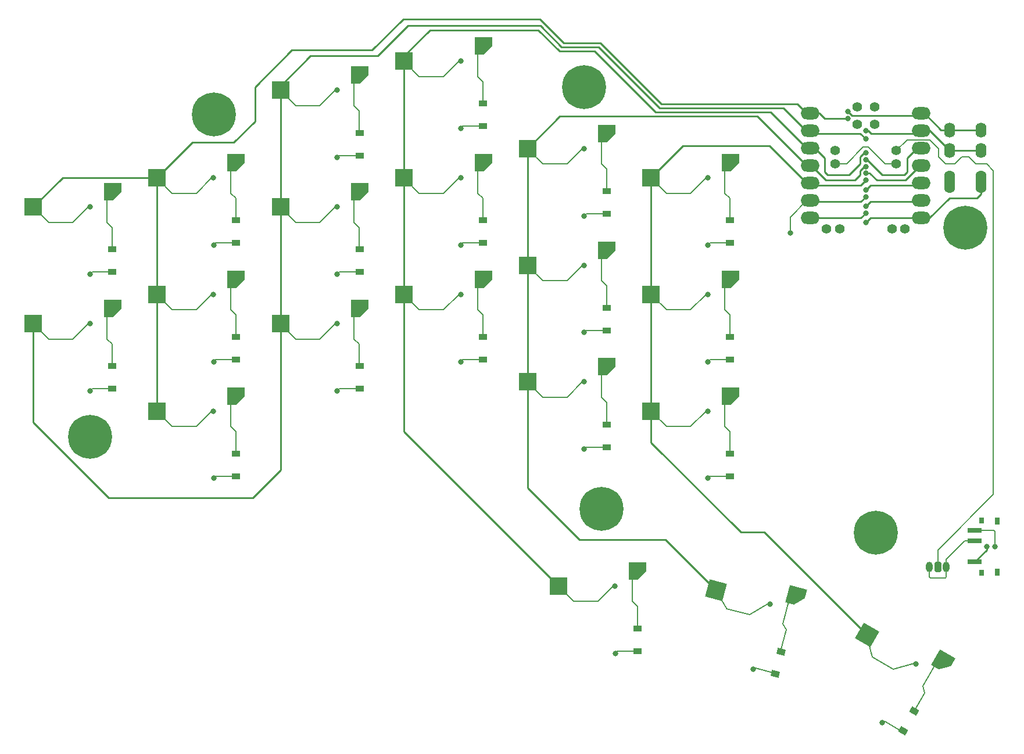
<source format=gtl>
G04 #@! TF.GenerationSoftware,KiCad,Pcbnew,(6.0.5-0)*
G04 #@! TF.CreationDate,2023-02-07T22:55:57+01:00*
G04 #@! TF.ProjectId,awokb,61776f6b-622e-46b6-9963-61645f706362,rev?*
G04 #@! TF.SameCoordinates,Original*
G04 #@! TF.FileFunction,Copper,L1,Top*
G04 #@! TF.FilePolarity,Positive*
%FSLAX46Y46*%
G04 Gerber Fmt 4.6, Leading zero omitted, Abs format (unit mm)*
G04 Created by KiCad (PCBNEW (6.0.5-0)) date 2023-02-07 22:55:57*
%MOMM*%
%LPD*%
G01*
G04 APERTURE LIST*
G04 Aperture macros list*
%AMRoundRect*
0 Rectangle with rounded corners*
0 $1 Rounding radius*
0 $2 $3 $4 $5 $6 $7 $8 $9 X,Y pos of 4 corners*
0 Add a 4 corners polygon primitive as box body*
4,1,4,$2,$3,$4,$5,$6,$7,$8,$9,$2,$3,0*
0 Add four circle primitives for the rounded corners*
1,1,$1+$1,$2,$3*
1,1,$1+$1,$4,$5*
1,1,$1+$1,$6,$7*
1,1,$1+$1,$8,$9*
0 Add four rect primitives between the rounded corners*
20,1,$1+$1,$2,$3,$4,$5,0*
20,1,$1+$1,$4,$5,$6,$7,0*
20,1,$1+$1,$6,$7,$8,$9,0*
20,1,$1+$1,$8,$9,$2,$3,0*%
%AMRotRect*
0 Rectangle, with rotation*
0 The origin of the aperture is its center*
0 $1 length*
0 $2 width*
0 $3 Rotation angle, in degrees counterclockwise*
0 Add horizontal line*
21,1,$1,$2,0,0,$3*%
%AMOutline5P*
0 Free polygon, 5 corners , with rotation*
0 The origin of the aperture is its center*
0 number of corners: always 5*
0 $1 to $10 corner X, Y*
0 $11 Rotation angle, in degrees counterclockwise*
0 create outline with 5 corners*
4,1,5,$1,$2,$3,$4,$5,$6,$7,$8,$9,$10,$1,$2,$11*%
%AMOutline6P*
0 Free polygon, 6 corners , with rotation*
0 The origin of the aperture is its center*
0 number of corners: always 6*
0 $1 to $12 corner X, Y*
0 $13 Rotation angle, in degrees counterclockwise*
0 create outline with 6 corners*
4,1,6,$1,$2,$3,$4,$5,$6,$7,$8,$9,$10,$11,$12,$1,$2,$13*%
%AMOutline7P*
0 Free polygon, 7 corners , with rotation*
0 The origin of the aperture is its center*
0 number of corners: always 7*
0 $1 to $14 corner X, Y*
0 $15 Rotation angle, in degrees counterclockwise*
0 create outline with 7 corners*
4,1,7,$1,$2,$3,$4,$5,$6,$7,$8,$9,$10,$11,$12,$13,$14,$1,$2,$15*%
%AMOutline8P*
0 Free polygon, 8 corners , with rotation*
0 The origin of the aperture is its center*
0 number of corners: always 8*
0 $1 to $16 corner X, Y*
0 $17 Rotation angle, in degrees counterclockwise*
0 create outline with 8 corners*
4,1,8,$1,$2,$3,$4,$5,$6,$7,$8,$9,$10,$11,$12,$13,$14,$15,$16,$1,$2,$17*%
G04 Aperture macros list end*
G04 #@! TA.AperFunction,SMDPad,CuDef*
%ADD10RotRect,2.600000X2.600000X165.000000*%
G04 #@! TD*
G04 #@! TA.AperFunction,SMDPad,CuDef*
%ADD11RotRect,0.900000X1.200000X75.000000*%
G04 #@! TD*
G04 #@! TA.AperFunction,SMDPad,CuDef*
%ADD12Outline5P,-1.300000X0.000000X0.000000X1.300000X1.300000X1.300000X1.300000X-1.300000X-1.300000X-1.300000X165.000000*%
G04 #@! TD*
G04 #@! TA.AperFunction,SMDPad,CuDef*
%ADD13R,2.600000X2.600000*%
G04 #@! TD*
G04 #@! TA.AperFunction,SMDPad,CuDef*
%ADD14R,1.200000X0.900000*%
G04 #@! TD*
G04 #@! TA.AperFunction,SMDPad,CuDef*
%ADD15Outline5P,-1.300000X0.000000X0.000000X1.300000X1.300000X1.300000X1.300000X-1.300000X-1.300000X-1.300000X180.000000*%
G04 #@! TD*
G04 #@! TA.AperFunction,ComponentPad*
%ADD16O,1.600000X3.300000*%
G04 #@! TD*
G04 #@! TA.AperFunction,ComponentPad*
%ADD17O,1.600000X2.200000*%
G04 #@! TD*
G04 #@! TA.AperFunction,ComponentPad*
%ADD18C,0.800000*%
G04 #@! TD*
G04 #@! TA.AperFunction,ComponentPad*
%ADD19C,6.400000*%
G04 #@! TD*
G04 #@! TA.AperFunction,SMDPad,CuDef*
%ADD20RotRect,2.600000X2.600000X150.000000*%
G04 #@! TD*
G04 #@! TA.AperFunction,SMDPad,CuDef*
%ADD21RotRect,0.900000X1.200000X60.000000*%
G04 #@! TD*
G04 #@! TA.AperFunction,SMDPad,CuDef*
%ADD22Outline5P,-1.300000X0.000000X0.000000X1.300000X1.300000X1.300000X1.300000X-1.300000X-1.300000X-1.300000X150.000000*%
G04 #@! TD*
G04 #@! TA.AperFunction,SMDPad,CuDef*
%ADD23R,2.000000X0.800000*%
G04 #@! TD*
G04 #@! TA.AperFunction,SMDPad,CuDef*
%ADD24R,0.800000X1.000000*%
G04 #@! TD*
G04 #@! TA.AperFunction,SMDPad,CuDef*
%ADD25R,0.800000X0.900000*%
G04 #@! TD*
G04 #@! TA.AperFunction,ComponentPad*
%ADD26RoundRect,0.208333X0.291667X0.541667X-0.291667X0.541667X-0.291667X-0.541667X0.291667X-0.541667X0*%
G04 #@! TD*
G04 #@! TA.AperFunction,ComponentPad*
%ADD27O,1.000000X1.500000*%
G04 #@! TD*
G04 #@! TA.AperFunction,SMDPad,CuDef*
%ADD28O,2.750000X1.800000*%
G04 #@! TD*
G04 #@! TA.AperFunction,ComponentPad*
%ADD29C,1.397000*%
G04 #@! TD*
G04 #@! TA.AperFunction,ViaPad*
%ADD30C,0.800000*%
G04 #@! TD*
G04 #@! TA.AperFunction,Conductor*
%ADD31C,0.200000*%
G04 #@! TD*
G04 #@! TA.AperFunction,Conductor*
%ADD32C,0.250000*%
G04 #@! TD*
G04 APERTURE END LIST*
D10*
X124170830Y-127355054D03*
D11*
X132844344Y-139514238D03*
D12*
X135896675Y-128219377D03*
D11*
X133698447Y-136326683D03*
D13*
X78725005Y-84250000D03*
D14*
X90250005Y-93750000D03*
D15*
X90275005Y-82050000D03*
D14*
X90250005Y-90450000D03*
D16*
X158205000Y-67832500D03*
X162805000Y-67832500D03*
D17*
X158205000Y-63292500D03*
X162805000Y-63292500D03*
X162805000Y-60292500D03*
X158205000Y-60292500D03*
D18*
X102600000Y-54000000D03*
D19*
X105000000Y-54000000D03*
D18*
X103302944Y-55697056D03*
X106697056Y-55697056D03*
X105000000Y-56400000D03*
X107400000Y-54000000D03*
X105000000Y-51600000D03*
X103302944Y-52302944D03*
X106697056Y-52302944D03*
D13*
X60725012Y-88499994D03*
D14*
X72250012Y-97999994D03*
D15*
X72275012Y-86299994D03*
D14*
X72250012Y-94699994D03*
D19*
X147500000Y-119000000D03*
D13*
X78725004Y-67249994D03*
D14*
X90250004Y-76749994D03*
D15*
X90275004Y-65049994D03*
D14*
X90250004Y-73449994D03*
D13*
X42725003Y-101249998D03*
D14*
X54250003Y-110749998D03*
D15*
X54275003Y-99049998D03*
D14*
X54250003Y-107449998D03*
D13*
X96725005Y-62999995D03*
D14*
X108250005Y-72499995D03*
X108250005Y-69199995D03*
D15*
X108275005Y-60799995D03*
D13*
X114725002Y-101249992D03*
D14*
X126250002Y-110749992D03*
D15*
X126275002Y-99049992D03*
D14*
X126250002Y-107449992D03*
D13*
X96725007Y-97000004D03*
D14*
X108250007Y-106500004D03*
X108250007Y-103200004D03*
D15*
X108275007Y-94800004D03*
D13*
X78724996Y-50249992D03*
D14*
X90249996Y-59749992D03*
D15*
X90274996Y-48049992D03*
D14*
X90249996Y-56449992D03*
D13*
X101225006Y-126749998D03*
D14*
X112750006Y-136249998D03*
D15*
X112775006Y-124549998D03*
D14*
X112750006Y-132949998D03*
D13*
X114725004Y-67249988D03*
D14*
X126250004Y-76749988D03*
X126250004Y-73449988D03*
D15*
X126275004Y-65049988D03*
D13*
X24725004Y-88499997D03*
D14*
X36250004Y-97999997D03*
X36250004Y-94699997D03*
D15*
X36275004Y-86299997D03*
D20*
X146178206Y-133878298D03*
D21*
X151409149Y-147868039D03*
X153059149Y-145010155D03*
D22*
X157280799Y-137748042D03*
D13*
X42725000Y-67250000D03*
D14*
X54250000Y-76750000D03*
X54250000Y-73450000D03*
D15*
X54275000Y-65050000D03*
D13*
X60725010Y-71499988D03*
D14*
X72250010Y-80999988D03*
X72250010Y-77699988D03*
D15*
X72275010Y-69299988D03*
D18*
X158802944Y-76197056D03*
X162197056Y-72802944D03*
X158100000Y-74500000D03*
D19*
X160500000Y-74500000D03*
D18*
X162900000Y-74500000D03*
X160500000Y-76900000D03*
X162197056Y-76197056D03*
X158802944Y-72802944D03*
X160500000Y-72100000D03*
D13*
X114725003Y-84249993D03*
D14*
X126250003Y-93749993D03*
D15*
X126275003Y-82049993D03*
D14*
X126250003Y-90449993D03*
D18*
X34697056Y-106697056D03*
X33000000Y-107400000D03*
D19*
X33000000Y-105000000D03*
D18*
X30600000Y-105000000D03*
X34697056Y-103302944D03*
X31302944Y-106697056D03*
X33000000Y-102600000D03*
X31302944Y-103302944D03*
X35400000Y-105000000D03*
D19*
X51000000Y-58000000D03*
D18*
X52697056Y-56302944D03*
X53400000Y-58000000D03*
X49302944Y-59697056D03*
X51000000Y-55600000D03*
X51000000Y-60400000D03*
X52697056Y-59697056D03*
X49302944Y-56302944D03*
X48600000Y-58000000D03*
X105100000Y-115500000D03*
X105802944Y-113802944D03*
X107500000Y-113100000D03*
X109197056Y-113802944D03*
X107500000Y-117900000D03*
D19*
X107500000Y-115500000D03*
D18*
X109900000Y-115500000D03*
X109197056Y-117197056D03*
X105802944Y-117197056D03*
D13*
X96725006Y-80000002D03*
D14*
X108250006Y-89500002D03*
X108250006Y-86200002D03*
D15*
X108275006Y-77800002D03*
D13*
X24725007Y-71499997D03*
D14*
X36250007Y-80999997D03*
X36250007Y-77699997D03*
D15*
X36275007Y-69299997D03*
D23*
X161900000Y-120177000D03*
D24*
X165125000Y-124750000D03*
D25*
X162875000Y-124800000D03*
X162875000Y-117200000D03*
D24*
X165125000Y-117250000D03*
D23*
X161900000Y-118677000D03*
X161900000Y-123177000D03*
D19*
X147500000Y-119000000D03*
D18*
X147500000Y-121400000D03*
X147500000Y-116600000D03*
X145802944Y-117302944D03*
X149197056Y-120697056D03*
X149900000Y-119000000D03*
X145100000Y-119000000D03*
X149197056Y-117302944D03*
X145802944Y-120697056D03*
D13*
X60725006Y-54499999D03*
D14*
X72250006Y-63999999D03*
D15*
X72275006Y-52299999D03*
D14*
X72250006Y-60699999D03*
D26*
X156500000Y-124000000D03*
D27*
X155250000Y-124000000D03*
X157750000Y-124000000D03*
D28*
X137905040Y-57880000D03*
X137905040Y-60420000D03*
X137905040Y-62960000D03*
X137905040Y-65500000D03*
X137905040Y-68040000D03*
X137905040Y-70580000D03*
X137905040Y-73120000D03*
X154094960Y-73120000D03*
X154094960Y-70580000D03*
X154094960Y-68040000D03*
X154094960Y-65500000D03*
X154094960Y-62960000D03*
X154094960Y-60420000D03*
X154094960Y-57880000D03*
D29*
X147270000Y-56928000D03*
X144730000Y-56928000D03*
X147270000Y-56928000D03*
X144730000Y-56928000D03*
X147270000Y-59468000D03*
X144730000Y-59468000D03*
X144730000Y-59468000D03*
X147270000Y-59468000D03*
X150445000Y-65183000D03*
X141555000Y-65183000D03*
X141555000Y-63278000D03*
X150445000Y-63278000D03*
X149810000Y-74708000D03*
X142190000Y-74708000D03*
X151715000Y-74708000D03*
X140285000Y-74708000D03*
D13*
X42725006Y-84250000D03*
D14*
X54250006Y-93750000D03*
X54250006Y-90450000D03*
D15*
X54275006Y-82050000D03*
D30*
X146000000Y-72400000D03*
X146000000Y-73800000D03*
X146000000Y-60400000D03*
X143400000Y-57600000D03*
X146000000Y-64600000D03*
X50975000Y-84250000D03*
X50975000Y-67250000D03*
X50975000Y-101250000D03*
X32975000Y-71500000D03*
X143400000Y-58600000D03*
X105000000Y-72800000D03*
X51000000Y-77050000D03*
X146000000Y-66600000D03*
X123000000Y-77050000D03*
X69000000Y-64300000D03*
X87000000Y-60050000D03*
X51000000Y-94050000D03*
X87000000Y-77050000D03*
X146000000Y-69000000D03*
X69000000Y-81300000D03*
X123000000Y-94050000D03*
X105000000Y-89800000D03*
X105000000Y-106800000D03*
X146000000Y-71400000D03*
X69000000Y-98300000D03*
X51000000Y-111050000D03*
X87000000Y-94050000D03*
X123000000Y-111050000D03*
X146000000Y-70000000D03*
X135000000Y-75300000D03*
X33000000Y-81300000D03*
X109500000Y-136550000D03*
X129561613Y-138880940D03*
X33000000Y-98300000D03*
X148414583Y-146634808D03*
X68975000Y-71500000D03*
X146000000Y-61600000D03*
X32975000Y-88500000D03*
X68975000Y-54500000D03*
X68975000Y-88500000D03*
X109475000Y-126750000D03*
X86975000Y-84250000D03*
X86975000Y-50250000D03*
X86975000Y-67250000D03*
X146000000Y-63600000D03*
X104975000Y-80000000D03*
X104975000Y-97000000D03*
X104975000Y-63000000D03*
X132073891Y-129408396D03*
X146000000Y-65600000D03*
X122975000Y-84250000D03*
X153292931Y-138135259D03*
X122975000Y-67250000D03*
X146000000Y-67600000D03*
X122975000Y-101250000D03*
X164800000Y-121000000D03*
X163600000Y-121000000D03*
D31*
X90225000Y-56450000D02*
X90225000Y-53250000D01*
X89475000Y-48825000D02*
X90250000Y-48050000D01*
X89475000Y-69500000D02*
X89475000Y-65825000D01*
X126225000Y-87250000D02*
X125475000Y-86500000D01*
X126225000Y-107450000D02*
X126225000Y-104250000D01*
X53475000Y-69500000D02*
X53475000Y-65825000D01*
X125475000Y-103500000D02*
X125475000Y-99825000D01*
X125475000Y-86500000D02*
X125475000Y-82825000D01*
X107475000Y-99250000D02*
X107475000Y-95575000D01*
X134857524Y-128679000D02*
X135806701Y-128130991D01*
X72225000Y-94700000D02*
X72225000Y-91500000D01*
X53475000Y-82825000D02*
X54250000Y-82050000D01*
X90225000Y-73450000D02*
X90225000Y-70250000D01*
X90225000Y-70250000D02*
X89475000Y-69500000D01*
X54225000Y-73450000D02*
X54225000Y-70250000D01*
X36225000Y-74500000D02*
X35475000Y-73750000D01*
X108225000Y-86200000D02*
X108225000Y-83000000D01*
X90225000Y-87250000D02*
X89475000Y-86500000D01*
X53475000Y-86500000D02*
X53475000Y-82825000D01*
X71475000Y-56750000D02*
X71475000Y-53075000D01*
X126225000Y-104250000D02*
X125475000Y-103500000D01*
X112725000Y-132950000D02*
X112725000Y-129750000D01*
X35475000Y-90750000D02*
X35475000Y-87075000D01*
X126225000Y-73450000D02*
X126225000Y-70250000D01*
X89475000Y-65825000D02*
X90250000Y-65050000D01*
X54225000Y-107450000D02*
X54225000Y-104250000D01*
X36225000Y-91500000D02*
X35475000Y-90750000D01*
X108225000Y-69200000D02*
X108225000Y-66000000D01*
X71475000Y-73750000D02*
X71475000Y-70075000D01*
X107475000Y-95575000D02*
X108250000Y-94800000D01*
X90225000Y-90450000D02*
X90225000Y-87250000D01*
X125475000Y-82825000D02*
X126250000Y-82050000D01*
X126225000Y-70250000D02*
X125475000Y-69500000D01*
X156170496Y-138151174D02*
X157229166Y-137867502D01*
X90225000Y-53250000D02*
X89475000Y-52500000D01*
X72225000Y-60700000D02*
X72225000Y-57500000D01*
X125475000Y-69500000D02*
X125475000Y-65825000D01*
X107475000Y-61575000D02*
X108250000Y-60800000D01*
X125475000Y-65825000D02*
X126250000Y-65050000D01*
X35475000Y-73750000D02*
X35475000Y-70075000D01*
X108225000Y-66000000D02*
X107475000Y-65250000D01*
X71475000Y-90750000D02*
X71475000Y-87075000D01*
X107475000Y-78575000D02*
X108250000Y-77800000D01*
X36225000Y-77700000D02*
X36225000Y-74500000D01*
X154607514Y-142358335D02*
X154332996Y-141333816D01*
X133906364Y-132228777D02*
X134857524Y-128679000D01*
X54225000Y-90450000D02*
X54225000Y-87250000D01*
X134436693Y-133147336D02*
X133906364Y-132228777D01*
X72225000Y-74500000D02*
X71475000Y-73750000D01*
X108225000Y-83000000D02*
X107475000Y-82250000D01*
X72225000Y-91500000D02*
X71475000Y-90750000D01*
X53475000Y-103500000D02*
X53475000Y-99825000D01*
X154332996Y-141333816D02*
X156170496Y-138151174D01*
X35475000Y-70075000D02*
X36250000Y-69300000D01*
X153007515Y-145129617D02*
X154607514Y-142358335D01*
X54225000Y-104250000D02*
X53475000Y-103500000D01*
X108225000Y-100000000D02*
X107475000Y-99250000D01*
X108225000Y-103200000D02*
X108225000Y-100000000D01*
X89475000Y-82825000D02*
X90250000Y-82050000D01*
X71475000Y-70075000D02*
X72250000Y-69300000D01*
X112725000Y-129750000D02*
X111975000Y-129000000D01*
X72225000Y-77700000D02*
X72225000Y-74500000D01*
X89475000Y-52500000D02*
X89475000Y-48825000D01*
X72225000Y-57500000D02*
X71475000Y-56750000D01*
X36225000Y-94700000D02*
X36225000Y-91500000D01*
X126225000Y-90450000D02*
X126225000Y-87250000D01*
X107475000Y-82250000D02*
X107475000Y-78575000D01*
X133608473Y-136238298D02*
X134436693Y-133147336D01*
X54225000Y-70250000D02*
X53475000Y-69500000D01*
X71475000Y-87075000D02*
X72250000Y-86300000D01*
X107475000Y-65250000D02*
X107475000Y-61575000D01*
X54225000Y-87250000D02*
X53475000Y-86500000D01*
X53475000Y-65825000D02*
X54250000Y-65050000D01*
X35475000Y-87075000D02*
X36250000Y-86300000D01*
X89475000Y-86500000D02*
X89475000Y-82825000D01*
X111975000Y-129000000D02*
X111975000Y-125325000D01*
X125475000Y-99825000D02*
X126250000Y-99050000D01*
X111975000Y-125325000D02*
X112750000Y-124550000D01*
X53475000Y-99825000D02*
X54250000Y-99050000D01*
X71475000Y-53075000D02*
X72250000Y-52300000D01*
D32*
X137430040Y-73120000D02*
X145280000Y-73120000D01*
X145280000Y-73120000D02*
X146000000Y-72400000D01*
X155280000Y-73120000D02*
X158200000Y-70200000D01*
X146000000Y-73800000D02*
X146680000Y-73120000D01*
X146680000Y-73120000D02*
X154569960Y-73120000D01*
X162200000Y-70200000D02*
X162805000Y-69595000D01*
X154569960Y-73120000D02*
X155280000Y-73120000D01*
X162805000Y-69595000D02*
X162805000Y-67832500D01*
X158200000Y-70200000D02*
X162200000Y-70200000D01*
X155332500Y-60420000D02*
X158205000Y-63292500D01*
X153380000Y-60420000D02*
X153000000Y-60800000D01*
X153000000Y-60800000D02*
X146800000Y-60800000D01*
X154569960Y-60420000D02*
X153380000Y-60420000D01*
X158205000Y-63292500D02*
X162805000Y-63292500D01*
X154569960Y-60420000D02*
X155332500Y-60420000D01*
X146400000Y-60400000D02*
X146000000Y-60400000D01*
X146800000Y-60800000D02*
X146400000Y-60400000D01*
X154249960Y-58200000D02*
X154569960Y-57880000D01*
X143424614Y-57600000D02*
X144024614Y-58200000D01*
X156982460Y-60292500D02*
X158205000Y-60292500D01*
X143400000Y-57600000D02*
X143424614Y-57600000D01*
X144024614Y-58200000D02*
X154249960Y-58200000D01*
X154569960Y-57880000D02*
X156982460Y-60292500D01*
X158205000Y-60292500D02*
X162805000Y-60292500D01*
D31*
X157600000Y-125600000D02*
X155400000Y-125600000D01*
X157750000Y-124000000D02*
X157750000Y-125450000D01*
X155250000Y-124000000D02*
X155250000Y-125450000D01*
X161900000Y-120177000D02*
X160423000Y-120177000D01*
X157750000Y-125450000D02*
X157600000Y-125600000D01*
X155250000Y-125450000D02*
X155400000Y-125600000D01*
X160423000Y-120177000D02*
X157750000Y-122850000D01*
X157750000Y-122850000D02*
X157750000Y-124000000D01*
D32*
X151600000Y-66800000D02*
X148400000Y-66800000D01*
X152000000Y-66400000D02*
X151600000Y-66800000D01*
X152000000Y-64400000D02*
X152000000Y-66400000D01*
X148400000Y-66800000D02*
X146200000Y-64600000D01*
X153440000Y-62960000D02*
X152000000Y-64400000D01*
X146200000Y-64600000D02*
X146000000Y-64600000D01*
X154569960Y-62960000D02*
X153440000Y-62960000D01*
D31*
X44975000Y-69500000D02*
X48475000Y-69500000D01*
X42700000Y-84250000D02*
X44950000Y-86500000D01*
D32*
X28975004Y-67250000D02*
X42725000Y-67250000D01*
X47875000Y-62100000D02*
X53900000Y-62100000D01*
X102000000Y-47600000D02*
X107300000Y-47600000D01*
D31*
X44975000Y-103500000D02*
X48475000Y-103500000D01*
X44975000Y-86500000D02*
X48475000Y-86500000D01*
D32*
X74100000Y-48600000D02*
X78600000Y-44100000D01*
D31*
X30475000Y-73750000D02*
X32725000Y-71500000D01*
D32*
X139280000Y-57880000D02*
X140000000Y-58600000D01*
X53900000Y-62100000D02*
X57000000Y-59000000D01*
D31*
X50725000Y-84250000D02*
X50975000Y-84250000D01*
X50725000Y-101250000D02*
X50975000Y-101250000D01*
D32*
X42725000Y-67250000D02*
X47875000Y-62100000D01*
D31*
X24700000Y-71500000D02*
X26950000Y-73750000D01*
D32*
X42725003Y-67250003D02*
X42725000Y-67250000D01*
D31*
X48475000Y-103500000D02*
X50725000Y-101250000D01*
D32*
X116200000Y-56500000D02*
X136050040Y-56500000D01*
D31*
X26975000Y-73750000D02*
X30475000Y-73750000D01*
D32*
X62400000Y-48600000D02*
X74100000Y-48600000D01*
D31*
X42700000Y-67250000D02*
X44950000Y-69500000D01*
D32*
X57000000Y-59000000D02*
X57000000Y-54000000D01*
X78600000Y-44100000D02*
X98500000Y-44100000D01*
X57000000Y-54000000D02*
X62400000Y-48600000D01*
X137430040Y-57880000D02*
X139280000Y-57880000D01*
D31*
X44950000Y-86500000D02*
X44975000Y-86500000D01*
X44950000Y-103500000D02*
X44975000Y-103500000D01*
D32*
X98500000Y-44100000D02*
X102000000Y-47600000D01*
D31*
X50725000Y-67250000D02*
X50975000Y-67250000D01*
X48475000Y-86500000D02*
X50725000Y-84250000D01*
X26950000Y-73750000D02*
X26975000Y-73750000D01*
D32*
X140000000Y-58600000D02*
X143400000Y-58600000D01*
D31*
X42700000Y-101250000D02*
X44950000Y-103500000D01*
D32*
X107300000Y-47600000D02*
X116200000Y-56500000D01*
X42725003Y-101249998D02*
X42725003Y-67250003D01*
D31*
X48475000Y-69500000D02*
X50725000Y-67250000D01*
D32*
X24725007Y-71499997D02*
X28975004Y-67250000D01*
D31*
X32725000Y-71500000D02*
X32975000Y-71500000D01*
X44950000Y-69500000D02*
X44975000Y-69500000D01*
D32*
X136050040Y-56500000D02*
X137430040Y-57880000D01*
D31*
X87000000Y-60050000D02*
X87300000Y-59750000D01*
D32*
X146600000Y-66600000D02*
X146000000Y-66600000D01*
D31*
X123000000Y-77050000D02*
X123300000Y-76750000D01*
X105000000Y-72800000D02*
X105300000Y-72500000D01*
D32*
X151800000Y-67600000D02*
X147600000Y-67600000D01*
X153900000Y-65500000D02*
X151800000Y-67600000D01*
D31*
X69000000Y-64300000D02*
X69300000Y-64000000D01*
X51300000Y-76750000D02*
X54225000Y-76750000D01*
X69300000Y-64000000D02*
X72225000Y-64000000D01*
X105300000Y-72500000D02*
X108225000Y-72500000D01*
X51000000Y-77050000D02*
X51300000Y-76750000D01*
D32*
X146617859Y-66617859D02*
X146600000Y-66600000D01*
D31*
X87300000Y-59750000D02*
X90225000Y-59750000D01*
X123300000Y-76750000D02*
X126225000Y-76750000D01*
D32*
X147600000Y-67600000D02*
X146617859Y-66617859D01*
X154569960Y-65500000D02*
X153900000Y-65500000D01*
D31*
X105300000Y-89500000D02*
X108225000Y-89500000D01*
X105000000Y-89800000D02*
X105300000Y-89500000D01*
D32*
X146000000Y-69000000D02*
X146680000Y-68320000D01*
D31*
X87000000Y-77050000D02*
X87300000Y-76750000D01*
X69000000Y-81300000D02*
X69300000Y-81000000D01*
X87300000Y-76750000D02*
X90225000Y-76750000D01*
X51000000Y-94050000D02*
X51300000Y-93750000D01*
X51300000Y-93750000D02*
X54225000Y-93750000D01*
X69300000Y-81000000D02*
X72225000Y-81000000D01*
X123000000Y-94050000D02*
X123300000Y-93750000D01*
X123300000Y-93750000D02*
X126225000Y-93750000D01*
D32*
X146680000Y-68320000D02*
X154569960Y-68320000D01*
D31*
X69300000Y-98000000D02*
X72225000Y-98000000D01*
X51300000Y-110750000D02*
X54225000Y-110750000D01*
X123000000Y-111050000D02*
X123300000Y-110750000D01*
X105300000Y-106500000D02*
X108225000Y-106500000D01*
X123300000Y-110750000D02*
X126225000Y-110750000D01*
X87000000Y-94050000D02*
X87300000Y-93750000D01*
D32*
X146000000Y-71400000D02*
X146680000Y-70720000D01*
D31*
X69000000Y-98300000D02*
X69300000Y-98000000D01*
D32*
X146680000Y-70720000D02*
X154569960Y-70720000D01*
D31*
X51000000Y-111050000D02*
X51300000Y-110750000D01*
X87300000Y-93750000D02*
X90225000Y-93750000D01*
X105000000Y-106800000D02*
X105300000Y-106500000D01*
D32*
X137430040Y-70720000D02*
X145280000Y-70720000D01*
D31*
X135000000Y-73010040D02*
X137430040Y-70580000D01*
X109800000Y-136250000D02*
X112725000Y-136250000D01*
X135000000Y-75300000D02*
X135000000Y-73010040D01*
X33000000Y-98300000D02*
X33300000Y-98000000D01*
X33000000Y-81300000D02*
X33300000Y-81000000D01*
X33300000Y-81000000D02*
X36225000Y-81000000D01*
X148414583Y-146634808D02*
X148824390Y-146525000D01*
X129561613Y-138880940D02*
X129929036Y-138668808D01*
X33300000Y-98000000D02*
X36225000Y-98000000D01*
X129929036Y-138668808D02*
X132754371Y-139425853D01*
X109500000Y-136550000D02*
X109800000Y-136250000D01*
X148824390Y-146525000D02*
X151357516Y-147987500D01*
D32*
X145280000Y-70720000D02*
X146000000Y-70000000D01*
X60725012Y-54500005D02*
X60725006Y-54499999D01*
X116000000Y-57100000D02*
X107100000Y-48200000D01*
X24725004Y-102925004D02*
X35700000Y-113900000D01*
D31*
X60700000Y-54500000D02*
X62950000Y-56750000D01*
X30475000Y-90750000D02*
X32725000Y-88500000D01*
X68725000Y-71500000D02*
X68975000Y-71500000D01*
X60700000Y-88500000D02*
X62950000Y-90750000D01*
D32*
X145200000Y-60800000D02*
X139000000Y-60800000D01*
X134000000Y-57100000D02*
X116000000Y-57100000D01*
D31*
X66475000Y-90750000D02*
X68725000Y-88500000D01*
X24700000Y-88500000D02*
X26950000Y-90750000D01*
X62975000Y-90750000D02*
X66475000Y-90750000D01*
X68725000Y-88500000D02*
X68975000Y-88500000D01*
D32*
X74900000Y-49500000D02*
X65100000Y-49500000D01*
X35700000Y-113900000D02*
X56700000Y-113900000D01*
D31*
X60700000Y-71500000D02*
X62950000Y-73750000D01*
X66475000Y-73750000D02*
X68725000Y-71500000D01*
D32*
X107100000Y-48200000D02*
X101700000Y-48200000D01*
D31*
X26950000Y-90750000D02*
X26975000Y-90750000D01*
D32*
X98600000Y-45100000D02*
X79300000Y-45100000D01*
X79300000Y-45100000D02*
X74900000Y-49500000D01*
X56700000Y-113900000D02*
X60725012Y-109874988D01*
X60725012Y-109874988D02*
X60725012Y-88499994D01*
X138620000Y-60420000D02*
X137430040Y-60420000D01*
D31*
X62975000Y-56750000D02*
X66475000Y-56750000D01*
X66475000Y-56750000D02*
X68725000Y-54500000D01*
D32*
X139000000Y-60800000D02*
X138620000Y-60420000D01*
X65100000Y-49500000D02*
X60725006Y-53874994D01*
D31*
X62950000Y-56750000D02*
X62975000Y-56750000D01*
X32725000Y-88500000D02*
X32975000Y-88500000D01*
X62950000Y-90750000D02*
X62975000Y-90750000D01*
D32*
X101700000Y-48200000D02*
X98600000Y-45100000D01*
D31*
X68725000Y-54500000D02*
X68975000Y-54500000D01*
X26975000Y-90750000D02*
X30475000Y-90750000D01*
D32*
X60725012Y-88499994D02*
X60725012Y-54500005D01*
X60725006Y-53874994D02*
X60725006Y-54499999D01*
D31*
X62950000Y-73750000D02*
X62975000Y-73750000D01*
D32*
X137320000Y-60420000D02*
X134000000Y-57100000D01*
D31*
X62975000Y-73750000D02*
X66475000Y-73750000D01*
D32*
X137430040Y-60420000D02*
X137320000Y-60420000D01*
X146000000Y-61600000D02*
X145200000Y-60800000D01*
X24725004Y-88499997D02*
X24725004Y-102925004D01*
X78725005Y-84250000D02*
X78725005Y-104249997D01*
D31*
X80975000Y-69500000D02*
X84475000Y-69500000D01*
X78700000Y-84250000D02*
X80950000Y-86500000D01*
D32*
X132170040Y-57700000D02*
X137430040Y-62960000D01*
D31*
X101200000Y-126750000D02*
X103450000Y-129000000D01*
X80975000Y-52500000D02*
X84475000Y-52500000D01*
X84475000Y-52500000D02*
X86725000Y-50250000D01*
D32*
X140000000Y-64400000D02*
X140000000Y-66400000D01*
X78725005Y-104249997D02*
X101225006Y-126749998D01*
D31*
X103450000Y-129000000D02*
X103475000Y-129000000D01*
X86725000Y-67250000D02*
X86975000Y-67250000D01*
D32*
X98300000Y-45700000D02*
X101400000Y-48800000D01*
D31*
X78700000Y-67250000D02*
X80950000Y-69500000D01*
X86725000Y-50250000D02*
X86975000Y-50250000D01*
X106975000Y-129000000D02*
X109225000Y-126750000D01*
X86725000Y-84250000D02*
X86975000Y-84250000D01*
D32*
X145200000Y-65000000D02*
X145200000Y-64200000D01*
X78725005Y-84250000D02*
X78725005Y-50250001D01*
X138560000Y-62960000D02*
X140000000Y-64400000D01*
X78724996Y-50249992D02*
X78724996Y-49475004D01*
X82500000Y-45700000D02*
X98300000Y-45700000D01*
X115400000Y-57700000D02*
X132170040Y-57700000D01*
D31*
X80950000Y-52500000D02*
X80975000Y-52500000D01*
D32*
X137430040Y-62960000D02*
X138560000Y-62960000D01*
D31*
X80950000Y-69500000D02*
X80975000Y-69500000D01*
D32*
X140000000Y-66400000D02*
X140400000Y-66800000D01*
D31*
X109225000Y-126750000D02*
X109475000Y-126750000D01*
X84475000Y-69500000D02*
X86725000Y-67250000D01*
X78700000Y-50250000D02*
X80950000Y-52500000D01*
D32*
X101400000Y-48800000D02*
X106500000Y-48800000D01*
X145200000Y-64200000D02*
X145800000Y-63600000D01*
X145800000Y-63600000D02*
X146000000Y-63600000D01*
D31*
X103475000Y-129000000D02*
X106975000Y-129000000D01*
X80975000Y-86500000D02*
X84475000Y-86500000D01*
D32*
X78725005Y-50250001D02*
X78724996Y-50249992D01*
X143600000Y-66800000D02*
X145200000Y-65200000D01*
X106500000Y-48800000D02*
X115400000Y-57700000D01*
D31*
X84475000Y-86500000D02*
X86725000Y-84250000D01*
X80950000Y-86500000D02*
X80975000Y-86500000D01*
D32*
X78724996Y-49475004D02*
X82500000Y-45700000D01*
X140400000Y-66800000D02*
X143600000Y-66800000D01*
X145200000Y-65200000D02*
X145200000Y-65000000D01*
D31*
X96700000Y-63000000D02*
X98950000Y-65250000D01*
D32*
X96725005Y-62999995D02*
X101425000Y-58300000D01*
X96725007Y-62999997D02*
X96725005Y-62999995D01*
X138100000Y-65500000D02*
X140200000Y-67600000D01*
X145200000Y-66800000D02*
X145200000Y-66200000D01*
X137430040Y-65500000D02*
X138100000Y-65500000D01*
X96725007Y-112425007D02*
X104300000Y-120000000D01*
D31*
X104725000Y-80000000D02*
X104975000Y-80000000D01*
D32*
X144400000Y-67600000D02*
X145200000Y-66800000D01*
D31*
X102475000Y-82250000D02*
X104725000Y-80000000D01*
X98950000Y-82250000D02*
X98975000Y-82250000D01*
D32*
X96725007Y-97000004D02*
X96725007Y-62999997D01*
D31*
X98975000Y-65250000D02*
X102475000Y-65250000D01*
X131832410Y-129343692D02*
X132073891Y-129408396D01*
X98950000Y-65250000D02*
X98975000Y-65250000D01*
X98950000Y-99250000D02*
X98975000Y-99250000D01*
D32*
X96725007Y-97000004D02*
X96725007Y-112425007D01*
X145800000Y-65600000D02*
X146000000Y-65600000D01*
X140200000Y-67600000D02*
X144400000Y-67600000D01*
D31*
X98975000Y-82250000D02*
X102475000Y-82250000D01*
X104725000Y-63000000D02*
X104975000Y-63000000D01*
X98975000Y-99250000D02*
X102475000Y-99250000D01*
X125671846Y-130022346D02*
X125695994Y-130028815D01*
D32*
X116815776Y-120000000D02*
X124170830Y-127355054D01*
D31*
X124080855Y-127266668D02*
X125671846Y-130022346D01*
D32*
X145200000Y-66200000D02*
X145800000Y-65600000D01*
D31*
X125695994Y-130028815D02*
X129076734Y-130934681D01*
X104725000Y-97000000D02*
X104975000Y-97000000D01*
D32*
X101425000Y-58300000D02*
X130230040Y-58300000D01*
X104300000Y-120000000D02*
X116815776Y-120000000D01*
D31*
X102475000Y-65250000D02*
X104725000Y-63000000D01*
X129076734Y-130934681D02*
X131832410Y-129343692D01*
X96700000Y-97000000D02*
X98950000Y-99250000D01*
D32*
X130230040Y-58300000D02*
X137430040Y-65500000D01*
D31*
X102475000Y-99250000D02*
X104725000Y-97000000D01*
X96700000Y-80000000D02*
X98950000Y-82250000D01*
D32*
X119374992Y-62600000D02*
X131990040Y-62600000D01*
X127800000Y-118900000D02*
X131199908Y-118900000D01*
D31*
X146971779Y-137083816D02*
X150002868Y-138833816D01*
X153076425Y-138010259D02*
X153292931Y-138135259D01*
X122725000Y-67250000D02*
X122975000Y-67250000D01*
X114700000Y-84250000D02*
X116950000Y-86500000D01*
X150002868Y-138833816D02*
X153076425Y-138010259D01*
D32*
X114725002Y-67249990D02*
X114725004Y-67249988D01*
D31*
X114700000Y-67250000D02*
X116950000Y-69500000D01*
X116950000Y-86500000D02*
X116975000Y-86500000D01*
X114700000Y-101250000D02*
X116950000Y-103500000D01*
D32*
X145280000Y-68320000D02*
X146000000Y-67600000D01*
X114725002Y-101249992D02*
X114725002Y-67249990D01*
D31*
X146126572Y-133997758D02*
X146950129Y-137071316D01*
X122725000Y-84250000D02*
X122975000Y-84250000D01*
X116975000Y-86500000D02*
X120475000Y-86500000D01*
X120475000Y-103500000D02*
X122725000Y-101250000D01*
X146950129Y-137071316D02*
X146971779Y-137083816D01*
D32*
X114725004Y-67249988D02*
X119374992Y-62600000D01*
D31*
X120475000Y-86500000D02*
X122725000Y-84250000D01*
X116950000Y-69500000D02*
X116975000Y-69500000D01*
D32*
X114725002Y-101249992D02*
X114725002Y-105825002D01*
D31*
X116975000Y-69500000D02*
X120475000Y-69500000D01*
D32*
X131990040Y-62600000D02*
X137430040Y-68040000D01*
X137430040Y-68320000D02*
X145280000Y-68320000D01*
D31*
X122725000Y-101250000D02*
X122975000Y-101250000D01*
X120475000Y-69500000D02*
X122725000Y-67250000D01*
D32*
X114725002Y-105825002D02*
X127800000Y-118900000D01*
D31*
X116950000Y-103500000D02*
X116975000Y-103500000D01*
D32*
X131199908Y-118900000D02*
X146178206Y-133878298D01*
D31*
X116975000Y-103500000D02*
X120475000Y-103500000D01*
X148783000Y-65183000D02*
X150445000Y-65183000D01*
X146400000Y-62800000D02*
X148783000Y-65183000D01*
X141555000Y-65183000D02*
X143217000Y-65183000D01*
X161900000Y-118677000D02*
X164677000Y-118677000D01*
X143217000Y-65183000D02*
X145600000Y-62800000D01*
X164800000Y-118800000D02*
X164800000Y-121000000D01*
X164677000Y-118677000D02*
X164800000Y-118800000D01*
X145600000Y-62800000D02*
X146400000Y-62800000D01*
D32*
X163600000Y-121000000D02*
X163600000Y-121477000D01*
X163600000Y-121477000D02*
X161900000Y-123177000D01*
D31*
X161000000Y-64200000D02*
X162000000Y-65200000D01*
X159000000Y-65200000D02*
X160000000Y-64200000D01*
X157600000Y-65200000D02*
X159000000Y-65200000D01*
X160000000Y-64200000D02*
X161000000Y-64200000D01*
X156600000Y-63000000D02*
X156600000Y-64200000D01*
X163600000Y-65200000D02*
X164600000Y-66200000D01*
X155300000Y-61700000D02*
X156600000Y-63000000D01*
X162000000Y-65200000D02*
X163600000Y-65200000D01*
X164600000Y-113400000D02*
X156500000Y-121500000D01*
X156500000Y-121500000D02*
X156500000Y-124000000D01*
X150445000Y-63278000D02*
X152023000Y-61700000D01*
X152023000Y-61700000D02*
X155300000Y-61700000D01*
X164600000Y-66200000D02*
X164600000Y-113400000D01*
X156600000Y-64200000D02*
X157600000Y-65200000D01*
M02*

</source>
